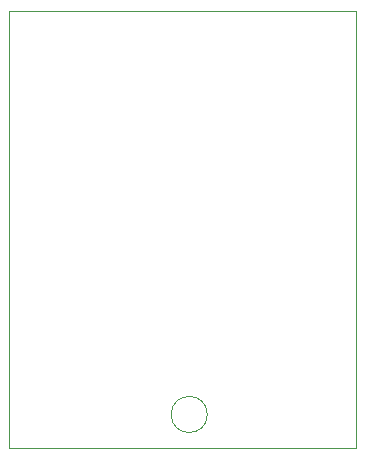
<source format=gbr>
%TF.GenerationSoftware,KiCad,Pcbnew,8.0.4-8.0.4-0~ubuntu22.04.1*%
%TF.CreationDate,2024-08-07T00:11:23+05:30*%
%TF.ProjectId,esp32Shield,65737033-3253-4686-9965-6c642e6b6963,rev?*%
%TF.SameCoordinates,Original*%
%TF.FileFunction,Profile,NP*%
%FSLAX46Y46*%
G04 Gerber Fmt 4.6, Leading zero omitted, Abs format (unit mm)*
G04 Created by KiCad (PCBNEW 8.0.4-8.0.4-0~ubuntu22.04.1) date 2024-08-07 00:11:23*
%MOMM*%
%LPD*%
G01*
G04 APERTURE LIST*
%TA.AperFunction,Profile*%
%ADD10C,0.050000*%
%TD*%
G04 APERTURE END LIST*
D10*
X144400000Y-61600000D02*
X173800000Y-61600000D01*
X173800000Y-98600000D01*
X144400000Y-98600000D01*
X144400000Y-61600000D01*
X161190000Y-95780000D02*
G75*
G02*
X158130000Y-95780000I-1530000J0D01*
G01*
X158130000Y-95780000D02*
G75*
G02*
X161190000Y-95780000I1530000J0D01*
G01*
M02*

</source>
